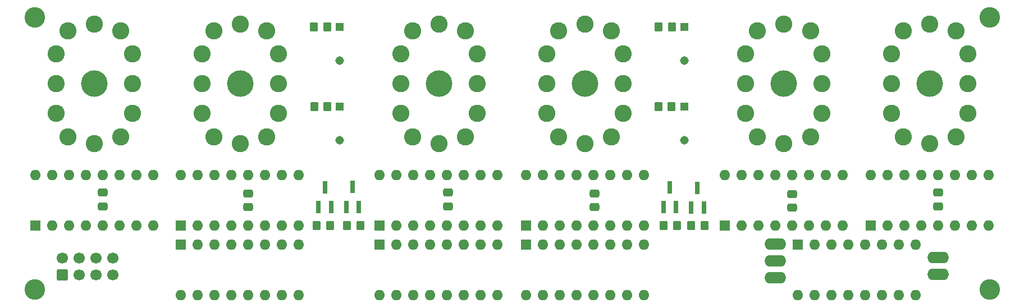
<source format=gbs>
G04 #@! TF.GenerationSoftware,KiCad,Pcbnew,7.0.5*
G04 #@! TF.CreationDate,2023-09-06T13:33:28-04:00*
G04 #@! TF.ProjectId,untitled,756e7469-746c-4656-942e-6b696361645f,rev?*
G04 #@! TF.SameCoordinates,Original*
G04 #@! TF.FileFunction,Soldermask,Bot*
G04 #@! TF.FilePolarity,Negative*
%FSLAX46Y46*%
G04 Gerber Fmt 4.6, Leading zero omitted, Abs format (unit mm)*
G04 Created by KiCad (PCBNEW 7.0.5) date 2023-09-06 13:33:28*
%MOMM*%
%LPD*%
G01*
G04 APERTURE LIST*
G04 Aperture macros list*
%AMRoundRect*
0 Rectangle with rounded corners*
0 $1 Rounding radius*
0 $2 $3 $4 $5 $6 $7 $8 $9 X,Y pos of 4 corners*
0 Add a 4 corners polygon primitive as box body*
4,1,4,$2,$3,$4,$5,$6,$7,$8,$9,$2,$3,0*
0 Add four circle primitives for the rounded corners*
1,1,$1+$1,$2,$3*
1,1,$1+$1,$4,$5*
1,1,$1+$1,$6,$7*
1,1,$1+$1,$8,$9*
0 Add four rect primitives between the rounded corners*
20,1,$1+$1,$2,$3,$4,$5,0*
20,1,$1+$1,$4,$5,$6,$7,0*
20,1,$1+$1,$6,$7,$8,$9,0*
20,1,$1+$1,$8,$9,$2,$3,0*%
G04 Aperture macros list end*
%ADD10R,1.600000X1.600000*%
%ADD11O,1.600000X1.600000*%
%ADD12C,3.100000*%
%ADD13RoundRect,0.250000X0.600000X-0.600000X0.600000X0.600000X-0.600000X0.600000X-0.600000X-0.600000X0*%
%ADD14C,1.700000*%
%ADD15C,2.603200*%
%ADD16C,4.000000*%
%ADD17R,1.308000X1.308000*%
%ADD18C,1.308000*%
%ADD19R,0.800000X1.900000*%
%ADD20RoundRect,0.250000X-0.350000X-0.450000X0.350000X-0.450000X0.350000X0.450000X-0.350000X0.450000X0*%
%ADD21RoundRect,0.250000X0.475000X-0.337500X0.475000X0.337500X-0.475000X0.337500X-0.475000X-0.337500X0*%
%ADD22O,3.251200X1.727200*%
G04 APERTURE END LIST*
D10*
X98552000Y-104394000D03*
D11*
X101092000Y-104394000D03*
X103632000Y-104394000D03*
X106172000Y-104394000D03*
X108712000Y-104394000D03*
X111252000Y-104394000D03*
X113792000Y-104394000D03*
X116332000Y-104394000D03*
X116332000Y-96774000D03*
X113792000Y-96774000D03*
X111252000Y-96774000D03*
X108712000Y-96774000D03*
X106172000Y-96774000D03*
X103632000Y-96774000D03*
X101092000Y-96774000D03*
X98552000Y-96774000D03*
D12*
X220501100Y-114046000D03*
D13*
X80645000Y-111887000D03*
D14*
X80645000Y-109347000D03*
X83185000Y-111887000D03*
X83185000Y-109347000D03*
X85725000Y-111887000D03*
X85725000Y-109347000D03*
X88265000Y-111887000D03*
X88265000Y-109347000D03*
D15*
X91251100Y-87503600D03*
X81501100Y-91003600D03*
X79751100Y-87503600D03*
X79751100Y-83003600D03*
X79751100Y-78503600D03*
X81501100Y-75003600D03*
X85501100Y-74003600D03*
X89501100Y-75003600D03*
X91251100Y-78503600D03*
X91251100Y-83003600D03*
X89501100Y-91003600D03*
X85501100Y-92003600D03*
D12*
X76501100Y-114046000D03*
D16*
X189501100Y-83003600D03*
X159501100Y-83003600D03*
D15*
X113251100Y-87503600D03*
X103501100Y-91003600D03*
X101751100Y-87503600D03*
X101751100Y-83003600D03*
X101751100Y-78503600D03*
X103501100Y-75003600D03*
X107501100Y-74003600D03*
X111501100Y-75003600D03*
X113251100Y-78503600D03*
X113251100Y-83003600D03*
X111501100Y-91003600D03*
X107501100Y-92003600D03*
D10*
X180594000Y-104394000D03*
D11*
X183134000Y-104394000D03*
X185674000Y-104394000D03*
X188214000Y-104394000D03*
X190754000Y-104394000D03*
X193294000Y-104394000D03*
X195834000Y-104394000D03*
X198374000Y-104394000D03*
X198374000Y-96774000D03*
X195834000Y-96774000D03*
X193294000Y-96774000D03*
X190754000Y-96774000D03*
X188214000Y-96774000D03*
X185674000Y-96774000D03*
X183134000Y-96774000D03*
X180594000Y-96774000D03*
D10*
X128524000Y-104394000D03*
D11*
X131064000Y-104394000D03*
X133604000Y-104394000D03*
X136144000Y-104394000D03*
X138684000Y-104394000D03*
X141224000Y-104394000D03*
X143764000Y-104394000D03*
X146304000Y-104394000D03*
X146304000Y-96774000D03*
X143764000Y-96774000D03*
X141224000Y-96774000D03*
X138684000Y-96774000D03*
X136144000Y-96774000D03*
X133604000Y-96774000D03*
X131064000Y-96774000D03*
X128524000Y-96774000D03*
D10*
X202565000Y-104394000D03*
D11*
X205105000Y-104394000D03*
X207645000Y-104394000D03*
X210185000Y-104394000D03*
X212725000Y-104394000D03*
X215265000Y-104394000D03*
X217805000Y-104394000D03*
X220345000Y-104394000D03*
X220345000Y-96774000D03*
X217805000Y-96774000D03*
X215265000Y-96774000D03*
X212725000Y-96774000D03*
X210185000Y-96774000D03*
X207645000Y-96774000D03*
X205105000Y-96774000D03*
X202565000Y-96774000D03*
D16*
X137501100Y-83003600D03*
D17*
X122501100Y-74463600D03*
D18*
X122501100Y-79543600D03*
D12*
X220501100Y-73003600D03*
D15*
X195251100Y-87503600D03*
X185501100Y-91003600D03*
X183751100Y-87503600D03*
X183751100Y-83003600D03*
X183751100Y-78503600D03*
X185501100Y-75003600D03*
X189501100Y-74003600D03*
X193501100Y-75003600D03*
X195251100Y-78503600D03*
X195251100Y-83003600D03*
X193501100Y-91003600D03*
X189501100Y-92003600D03*
X217251100Y-87503600D03*
X207501100Y-91003600D03*
X205751100Y-87503600D03*
X205751100Y-83003600D03*
X205751100Y-78503600D03*
X207501100Y-75003600D03*
X211501100Y-74003600D03*
X215501100Y-75003600D03*
X217251100Y-78503600D03*
X217251100Y-83003600D03*
X215501100Y-91003600D03*
X211501100Y-92003600D03*
D12*
X76501100Y-73003600D03*
D16*
X85501100Y-83003600D03*
D15*
X165251100Y-87503600D03*
X155501100Y-91003600D03*
X153751100Y-87503600D03*
X153751100Y-83003600D03*
X153751100Y-78503600D03*
X155501100Y-75003600D03*
X159501100Y-74003600D03*
X163501100Y-75003600D03*
X165251100Y-78503600D03*
X165251100Y-83003600D03*
X163501100Y-91003600D03*
X159501100Y-92003600D03*
D16*
X107501100Y-83003600D03*
D10*
X76596000Y-104384000D03*
D11*
X79136000Y-104384000D03*
X81676000Y-104384000D03*
X84216000Y-104384000D03*
X86756000Y-104384000D03*
X89296000Y-104384000D03*
X91836000Y-104384000D03*
X94376000Y-104384000D03*
X94376000Y-96764000D03*
X91836000Y-96764000D03*
X89296000Y-96764000D03*
X86756000Y-96764000D03*
X84216000Y-96764000D03*
X81676000Y-96764000D03*
X79136000Y-96764000D03*
X76596000Y-96764000D03*
D10*
X150622000Y-104394000D03*
D11*
X153162000Y-104394000D03*
X155702000Y-104394000D03*
X158242000Y-104394000D03*
X160782000Y-104394000D03*
X163322000Y-104394000D03*
X165862000Y-104394000D03*
X168402000Y-104394000D03*
X168402000Y-96774000D03*
X165862000Y-96774000D03*
X163322000Y-96774000D03*
X160782000Y-96774000D03*
X158242000Y-96774000D03*
X155702000Y-96774000D03*
X153162000Y-96774000D03*
X150622000Y-96774000D03*
D15*
X143251100Y-87503600D03*
X133501100Y-91003600D03*
X131751100Y-87503600D03*
X131751100Y-83003600D03*
X131751100Y-78503600D03*
X133501100Y-75003600D03*
X137501100Y-74003600D03*
X141501100Y-75003600D03*
X143251100Y-78503600D03*
X143251100Y-83003600D03*
X141501100Y-91003600D03*
X137501100Y-92003600D03*
D16*
X211501100Y-83003600D03*
D17*
X174501100Y-74463600D03*
D18*
X174501100Y-79543600D03*
D17*
X122501100Y-86463600D03*
D18*
X122501100Y-91543600D03*
D17*
X174501100Y-86463600D03*
D18*
X174501100Y-91543600D03*
D19*
X125410000Y-101576000D03*
X123510000Y-101576000D03*
X124460000Y-98576000D03*
D20*
X123587000Y-104394000D03*
X125587000Y-104394000D03*
D19*
X173223000Y-101600000D03*
X171323000Y-101600000D03*
X172273000Y-98600000D03*
D10*
X150622000Y-107315000D03*
D11*
X153162000Y-107315000D03*
X155702000Y-107315000D03*
X158242000Y-107315000D03*
X160782000Y-107315000D03*
X163322000Y-107315000D03*
X165862000Y-107315000D03*
X168402000Y-107315000D03*
X168402000Y-114935000D03*
X165862000Y-114935000D03*
X163322000Y-114935000D03*
X160782000Y-114935000D03*
X158242000Y-114935000D03*
X155702000Y-114935000D03*
X153162000Y-114935000D03*
X150622000Y-114935000D03*
D21*
X190754000Y-101727000D03*
X190754000Y-99652000D03*
X160909000Y-101643000D03*
X160909000Y-99568000D03*
D20*
X118650000Y-86487000D03*
X120650000Y-86487000D03*
D10*
X128524000Y-107315000D03*
D11*
X131064000Y-107315000D03*
X133604000Y-107315000D03*
X136144000Y-107315000D03*
X138684000Y-107315000D03*
X141224000Y-107315000D03*
X143764000Y-107315000D03*
X146304000Y-107315000D03*
X146304000Y-114935000D03*
X143764000Y-114935000D03*
X141224000Y-114935000D03*
X138684000Y-114935000D03*
X136144000Y-114935000D03*
X133604000Y-114935000D03*
X131064000Y-114935000D03*
X128524000Y-114935000D03*
D21*
X138811000Y-101516000D03*
X138811000Y-99441000D03*
D10*
X98567000Y-107315000D03*
D11*
X101107000Y-107315000D03*
X103647000Y-107315000D03*
X106187000Y-107315000D03*
X108727000Y-107315000D03*
X111267000Y-107315000D03*
X113807000Y-107315000D03*
X116347000Y-107315000D03*
X116347000Y-114935000D03*
X113807000Y-114935000D03*
X111267000Y-114935000D03*
X108727000Y-114935000D03*
X106187000Y-114935000D03*
X103647000Y-114935000D03*
X101107000Y-114935000D03*
X98567000Y-114935000D03*
D20*
X119031000Y-104394000D03*
X121031000Y-104394000D03*
D21*
X212725000Y-101516000D03*
X212725000Y-99441000D03*
D19*
X177414000Y-101727000D03*
X175514000Y-101727000D03*
X176464000Y-98727000D03*
D21*
X86741000Y-101516000D03*
X86741000Y-99441000D03*
D22*
X188225000Y-112310000D03*
X212725000Y-111760000D03*
X212725000Y-109220000D03*
X188225000Y-109770000D03*
X188225000Y-107230000D03*
D10*
X191566800Y-107289600D03*
D11*
X194106800Y-107289600D03*
X196646800Y-107289600D03*
X199186800Y-107289600D03*
X201726800Y-107289600D03*
X204266800Y-107289600D03*
X206806800Y-107289600D03*
X209346800Y-107289600D03*
X209346800Y-114909600D03*
X206806800Y-114909600D03*
X204266800Y-114909600D03*
X201726800Y-114909600D03*
X199186800Y-114909600D03*
X196646800Y-114909600D03*
X194106800Y-114909600D03*
X191566800Y-114909600D03*
D20*
X171355000Y-104394000D03*
X173355000Y-104394000D03*
D21*
X108712000Y-101643000D03*
X108712000Y-99568000D03*
D20*
X118618000Y-74422000D03*
X120618000Y-74422000D03*
X170561000Y-86487000D03*
X172561000Y-86487000D03*
D19*
X121219000Y-101600000D03*
X119319000Y-101600000D03*
X120269000Y-98600000D03*
D20*
X170593000Y-74422000D03*
X172593000Y-74422000D03*
X175514000Y-104394000D03*
X177514000Y-104394000D03*
M02*

</source>
